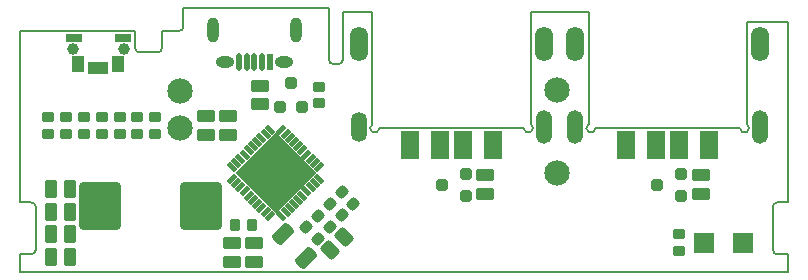
<source format=gts>
G04*
G04 #@! TF.GenerationSoftware,Altium Limited,Altium Designer,20.2.7 (254)*
G04*
G04 Layer_Color=8388736*
%FSLAX43Y43*%
%MOMM*%
G71*
G04*
G04 #@! TF.SameCoordinates,2D86DA50-308A-4E10-9511-59D9385B8F58*
G04*
G04*
G04 #@! TF.FilePolarity,Negative*
G04*
G01*
G75*
%ADD12C,0.200*%
G04:AMPARAMS|DCode=36|XSize=1.49mm|YSize=1.09mm|CornerRadius=0.213mm|HoleSize=0mm|Usage=FLASHONLY|Rotation=0.000|XOffset=0mm|YOffset=0mm|HoleType=Round|Shape=RoundedRectangle|*
%AMROUNDEDRECTD36*
21,1,1.490,0.665,0,0,0.0*
21,1,1.065,1.090,0,0,0.0*
1,1,0.425,0.532,-0.333*
1,1,0.425,-0.532,-0.333*
1,1,0.425,-0.532,0.333*
1,1,0.425,0.532,0.333*
%
%ADD36ROUNDEDRECTD36*%
G04:AMPARAMS|DCode=37|XSize=1.49mm|YSize=1.09mm|CornerRadius=0.213mm|HoleSize=0mm|Usage=FLASHONLY|Rotation=270.000|XOffset=0mm|YOffset=0mm|HoleType=Round|Shape=RoundedRectangle|*
%AMROUNDEDRECTD37*
21,1,1.490,0.665,0,0,270.0*
21,1,1.065,1.090,0,0,270.0*
1,1,0.425,-0.333,-0.532*
1,1,0.425,-0.333,0.532*
1,1,0.425,0.333,0.532*
1,1,0.425,0.333,-0.532*
%
%ADD37ROUNDEDRECTD37*%
G04:AMPARAMS|DCode=38|XSize=1.04mm|YSize=0.84mm|CornerRadius=0.175mm|HoleSize=0mm|Usage=FLASHONLY|Rotation=45.000|XOffset=0mm|YOffset=0mm|HoleType=Round|Shape=RoundedRectangle|*
%AMROUNDEDRECTD38*
21,1,1.040,0.490,0,0,45.0*
21,1,0.690,0.840,0,0,45.0*
1,1,0.350,0.417,0.071*
1,1,0.350,-0.071,-0.417*
1,1,0.350,-0.417,-0.071*
1,1,0.350,0.071,0.417*
%
%ADD38ROUNDEDRECTD38*%
G04:AMPARAMS|DCode=39|XSize=1.04mm|YSize=0.84mm|CornerRadius=0.175mm|HoleSize=0mm|Usage=FLASHONLY|Rotation=180.000|XOffset=0mm|YOffset=0mm|HoleType=Round|Shape=RoundedRectangle|*
%AMROUNDEDRECTD39*
21,1,1.040,0.490,0,0,180.0*
21,1,0.690,0.840,0,0,180.0*
1,1,0.350,-0.345,0.245*
1,1,0.350,0.345,0.245*
1,1,0.350,0.345,-0.245*
1,1,0.350,-0.345,-0.245*
%
%ADD39ROUNDEDRECTD39*%
G04:AMPARAMS|DCode=40|XSize=1.04mm|YSize=1.04mm|CornerRadius=0.295mm|HoleSize=0mm|Usage=FLASHONLY|Rotation=270.000|XOffset=0mm|YOffset=0mm|HoleType=Round|Shape=RoundedRectangle|*
%AMROUNDEDRECTD40*
21,1,1.040,0.450,0,0,270.0*
21,1,0.450,1.040,0,0,270.0*
1,1,0.590,-0.225,-0.225*
1,1,0.590,-0.225,0.225*
1,1,0.590,0.225,0.225*
1,1,0.590,0.225,-0.225*
%
%ADD40ROUNDEDRECTD40*%
G04:AMPARAMS|DCode=41|XSize=1.84mm|YSize=1.19mm|CornerRadius=0.333mm|HoleSize=0mm|Usage=FLASHONLY|Rotation=45.000|XOffset=0mm|YOffset=0mm|HoleType=Round|Shape=RoundedRectangle|*
%AMROUNDEDRECTD41*
21,1,1.840,0.525,0,0,45.0*
21,1,1.175,1.190,0,0,45.0*
1,1,0.665,0.601,0.230*
1,1,0.665,-0.230,-0.601*
1,1,0.665,-0.601,-0.230*
1,1,0.665,0.230,0.601*
%
%ADD41ROUNDEDRECTD41*%
%ADD42P,6.817X4X90.0*%
G04:AMPARAMS|DCode=43|XSize=0.9mm|YSize=0.4mm|CornerRadius=0mm|HoleSize=0mm|Usage=FLASHONLY|Rotation=45.000|XOffset=0mm|YOffset=0mm|HoleType=Round|Shape=Rectangle|*
%AMROTATEDRECTD43*
4,1,4,-0.177,-0.460,-0.460,-0.177,0.177,0.460,0.460,0.177,-0.177,-0.460,0.0*
%
%ADD43ROTATEDRECTD43*%

G04:AMPARAMS|DCode=44|XSize=0.9mm|YSize=0.4mm|CornerRadius=0mm|HoleSize=0mm|Usage=FLASHONLY|Rotation=315.000|XOffset=0mm|YOffset=0mm|HoleType=Round|Shape=Rectangle|*
%AMROTATEDRECTD44*
4,1,4,-0.460,0.177,-0.177,0.460,0.460,-0.177,0.177,-0.460,-0.460,0.177,0.0*
%
%ADD44ROTATEDRECTD44*%

G04:AMPARAMS|DCode=45|XSize=1.44mm|YSize=0.56mm|CornerRadius=0.175mm|HoleSize=0mm|Usage=FLASHONLY|Rotation=90.000|XOffset=0mm|YOffset=0mm|HoleType=Round|Shape=RoundedRectangle|*
%AMROUNDEDRECTD45*
21,1,1.440,0.210,0,0,90.0*
21,1,1.090,0.560,0,0,90.0*
1,1,0.350,0.105,0.545*
1,1,0.350,0.105,-0.545*
1,1,0.350,-0.105,-0.545*
1,1,0.350,-0.105,0.545*
%
%ADD45ROUNDEDRECTD45*%
%ADD46R,0.560X1.440*%
G04:AMPARAMS|DCode=47|XSize=4.14mm|YSize=3.64mm|CornerRadius=0.525mm|HoleSize=0mm|Usage=FLASHONLY|Rotation=270.000|XOffset=0mm|YOffset=0mm|HoleType=Round|Shape=RoundedRectangle|*
%AMROUNDEDRECTD47*
21,1,4.140,2.590,0,0,270.0*
21,1,3.090,3.640,0,0,270.0*
1,1,1.050,-1.295,-1.545*
1,1,1.050,-1.295,1.545*
1,1,1.050,1.295,1.545*
1,1,1.050,1.295,-1.545*
%
%ADD47ROUNDEDRECTD47*%
%ADD48R,1.640X2.340*%
%ADD49R,1.740X1.140*%
%ADD50R,1.440X0.740*%
%ADD51R,1.140X1.340*%
G04:AMPARAMS|DCode=52|XSize=1.49mm|YSize=1.09mm|CornerRadius=0.213mm|HoleSize=0mm|Usage=FLASHONLY|Rotation=135.000|XOffset=0mm|YOffset=0mm|HoleType=Round|Shape=RoundedRectangle|*
%AMROUNDEDRECTD52*
21,1,1.490,0.665,0,0,135.0*
21,1,1.065,1.090,0,0,135.0*
1,1,0.425,-0.141,0.612*
1,1,0.425,0.612,-0.141*
1,1,0.425,0.141,-0.612*
1,1,0.425,-0.612,0.141*
%
%ADD52ROUNDEDRECTD52*%
G04:AMPARAMS|DCode=53|XSize=1.04mm|YSize=0.84mm|CornerRadius=0.175mm|HoleSize=0mm|Usage=FLASHONLY|Rotation=270.000|XOffset=0mm|YOffset=0mm|HoleType=Round|Shape=RoundedRectangle|*
%AMROUNDEDRECTD53*
21,1,1.040,0.490,0,0,270.0*
21,1,0.690,0.840,0,0,270.0*
1,1,0.350,-0.245,-0.345*
1,1,0.350,-0.245,0.345*
1,1,0.350,0.245,0.345*
1,1,0.350,0.245,-0.345*
%
%ADD53ROUNDEDRECTD53*%
G04:AMPARAMS|DCode=54|XSize=1.04mm|YSize=1.04mm|CornerRadius=0.295mm|HoleSize=0mm|Usage=FLASHONLY|Rotation=180.000|XOffset=0mm|YOffset=0mm|HoleType=Round|Shape=RoundedRectangle|*
%AMROUNDEDRECTD54*
21,1,1.040,0.450,0,0,180.0*
21,1,0.450,1.040,0,0,180.0*
1,1,0.590,-0.225,0.225*
1,1,0.590,0.225,0.225*
1,1,0.590,0.225,-0.225*
1,1,0.590,-0.225,-0.225*
%
%ADD54ROUNDEDRECTD54*%
%ADD55R,1.740X1.740*%
%ADD56O,1.540X0.940*%
%ADD57O,0.940X2.140*%
%ADD58O,1.340X2.840*%
%ADD59O,1.540X2.940*%
%ADD60O,1.340X2.540*%
%ADD61C,2.140*%
%ADD62C,1.000*%
G36*
X4450Y18447D02*
X4623Y18481D01*
X4770Y18580D01*
X4869Y18727D01*
X4903Y18900D01*
X4869Y19073D01*
X4770Y19220D01*
X4623Y19319D01*
X4450Y19353D01*
D01*
X4277Y19319D01*
X4130Y19220D01*
X4031Y19073D01*
X3997Y18900D01*
X4031Y18727D01*
X4130Y18580D01*
X4277Y18481D01*
X4450Y18447D01*
D01*
D02*
G37*
G36*
X8750D02*
X8923Y18481D01*
X9070Y18580D01*
X9169Y18727D01*
X9203Y18900D01*
X9169Y19073D01*
X9070Y19220D01*
X8923Y19319D01*
X8750Y19353D01*
D01*
X8577Y19319D01*
X8430Y19220D01*
X8331Y19073D01*
X8297Y18900D01*
X8331Y18727D01*
X8430Y18580D01*
X8577Y18481D01*
X8750Y18447D01*
D01*
D02*
G37*
D12*
X900Y1500D02*
G03*
X1300Y1900I0J400D01*
G01*
X42600Y12200D02*
G03*
X43200Y12546I400J0D01*
G01*
X1300Y5500D02*
G03*
X900Y5900I-400J0D01*
G01*
X11600Y18600D02*
G03*
X12000Y19000I0J400D01*
G01*
X63700Y1900D02*
G03*
X64100Y1500I400J0D01*
G01*
Y5900D02*
G03*
X63700Y5500I0J-400D01*
G01*
X60900Y12200D02*
G03*
X61500Y12546I400J0D01*
G01*
X29800D02*
G03*
X30400Y12200I200J-346D01*
G01*
X26100Y18000D02*
G03*
X26500Y17600I400J0D01*
G01*
X48100Y12546D02*
G03*
X48700Y12200I200J-346D01*
G01*
X9700Y19000D02*
G03*
X10100Y18600I400J0D01*
G01*
X13400Y20400D02*
G03*
X13800Y20800I0J400D01*
G01*
X26900Y17600D02*
G03*
X27300Y18000I0J400D01*
G01*
X29800Y12546D02*
Y22000D01*
X27300D02*
X29800D01*
X61500Y12546D02*
Y21150D01*
X65000D01*
X64100Y5900D02*
X65000D01*
Y21150D01*
X0Y5900D02*
Y20400D01*
X65000Y0D02*
Y1500D01*
X26100Y18000D02*
Y22400D01*
X0Y0D02*
X65000D01*
X43200Y22000D02*
X48100D01*
X30400Y12200D02*
X42600D01*
X0Y20400D02*
X9700D01*
X12000D02*
X13400D01*
X0Y5900D02*
X900D01*
X12000Y19000D02*
Y20400D01*
X26500Y17600D02*
X26900D01*
X13800Y20800D02*
Y22400D01*
X63700Y1900D02*
Y5500D01*
X0Y0D02*
Y1500D01*
X48700Y12200D02*
X60900D01*
X0Y1500D02*
X900D01*
X48100Y12546D02*
Y22000D01*
X43200Y12546D02*
Y22000D01*
X9700Y19000D02*
Y20400D01*
X64100Y1500D02*
X65000D01*
X27300Y18000D02*
Y22000D01*
X1300Y1900D02*
Y5500D01*
X10100Y18600D02*
X11600D01*
X13800Y22400D02*
X26100D01*
D36*
X39300Y8200D02*
D03*
Y6600D02*
D03*
X19800Y900D02*
D03*
Y2500D02*
D03*
X17900D02*
D03*
Y900D02*
D03*
X15700Y11600D02*
D03*
Y13200D02*
D03*
X17600Y11600D02*
D03*
Y13200D02*
D03*
X20300Y14200D02*
D03*
Y15800D02*
D03*
X57600Y6600D02*
D03*
Y8200D02*
D03*
D37*
X2600Y1300D02*
D03*
X4200D02*
D03*
Y7000D02*
D03*
X2600D02*
D03*
Y3200D02*
D03*
X4200D02*
D03*
X2600Y5100D02*
D03*
X4200D02*
D03*
D38*
X28195Y5805D02*
D03*
X27205Y6795D02*
D03*
X25205Y4795D02*
D03*
X26195Y3805D02*
D03*
X27195Y4805D02*
D03*
X26205Y5795D02*
D03*
X24205Y3795D02*
D03*
X25195Y2805D02*
D03*
D39*
X2375Y11700D02*
D03*
Y13100D02*
D03*
X25300Y15700D02*
D03*
Y14300D02*
D03*
X11400Y13100D02*
D03*
Y11700D02*
D03*
X9900Y13100D02*
D03*
Y11700D02*
D03*
X8400Y13100D02*
D03*
Y11700D02*
D03*
X6900Y13100D02*
D03*
Y11700D02*
D03*
X5400Y13100D02*
D03*
Y11700D02*
D03*
X3875Y13100D02*
D03*
Y11700D02*
D03*
X55800Y1800D02*
D03*
Y3200D02*
D03*
D40*
X37700Y6450D02*
D03*
Y8350D02*
D03*
X35700Y7400D02*
D03*
X53900D02*
D03*
X55900Y8350D02*
D03*
Y6450D02*
D03*
D41*
X24208Y1192D02*
D03*
X22192Y3208D02*
D03*
D42*
X21599Y8393D02*
D03*
D43*
X22094Y12070D02*
D03*
X22447Y11716D02*
D03*
X22801Y11363D02*
D03*
X23154Y11009D02*
D03*
X23508Y10656D02*
D03*
X23861Y10302D02*
D03*
X24215Y9949D02*
D03*
X24568Y9595D02*
D03*
X24922Y9241D02*
D03*
X25275Y8888D02*
D03*
X21104Y4716D02*
D03*
X20750Y5069D02*
D03*
X20396Y5423D02*
D03*
X20043Y5777D02*
D03*
X19689Y6130D02*
D03*
X19336Y6484D02*
D03*
X18982Y6837D02*
D03*
X18629Y7191D02*
D03*
X18275Y7544D02*
D03*
X17922Y7898D02*
D03*
D44*
X25275D02*
D03*
X24922Y7544D02*
D03*
X24568Y7191D02*
D03*
X24215Y6837D02*
D03*
X23861Y6484D02*
D03*
X23508Y6130D02*
D03*
X23154Y5777D02*
D03*
X22801Y5423D02*
D03*
X22447Y5069D02*
D03*
X22094Y4716D02*
D03*
X17922Y8888D02*
D03*
X18275Y9241D02*
D03*
X18629Y9595D02*
D03*
X18982Y9949D02*
D03*
X19336Y10302D02*
D03*
X19689Y10656D02*
D03*
X20043Y11009D02*
D03*
X20396Y11363D02*
D03*
X20750Y11716D02*
D03*
X21104Y12070D02*
D03*
D45*
X18500Y17800D02*
D03*
X19800D02*
D03*
X20450D02*
D03*
X19150D02*
D03*
D46*
X21100D02*
D03*
D47*
X15250Y5600D02*
D03*
X6750D02*
D03*
D48*
X39999Y10800D02*
D03*
X37500D02*
D03*
X35500D02*
D03*
X32999D02*
D03*
X51299D02*
D03*
X53800D02*
D03*
X55800D02*
D03*
X58299D02*
D03*
D49*
X6600Y17300D02*
D03*
D50*
X4500Y19850D02*
D03*
X8700D02*
D03*
D51*
X8300Y17600D02*
D03*
X4900D02*
D03*
D52*
X27366Y2966D02*
D03*
X26234Y1834D02*
D03*
D53*
X19600Y4000D02*
D03*
X18200Y4000D02*
D03*
D54*
X21950Y14000D02*
D03*
X23850D02*
D03*
X22900Y16000D02*
D03*
D55*
X57900Y2500D02*
D03*
X61200D02*
D03*
D56*
X17300Y17800D02*
D03*
X22300D02*
D03*
D57*
X23300Y20500D02*
D03*
X16300D02*
D03*
D58*
X44345Y12300D02*
D03*
X46955D02*
D03*
X62645D02*
D03*
D59*
X44345Y19350D02*
D03*
X28655D02*
D03*
X46955D02*
D03*
X62645D02*
D03*
D60*
X28655Y12300D02*
D03*
D61*
X45400Y8400D02*
D03*
X45400Y15400D02*
D03*
X13500Y12200D02*
D03*
X13500Y15300D02*
D03*
D62*
X4450Y18900D02*
D03*
X8750D02*
D03*
M02*

</source>
